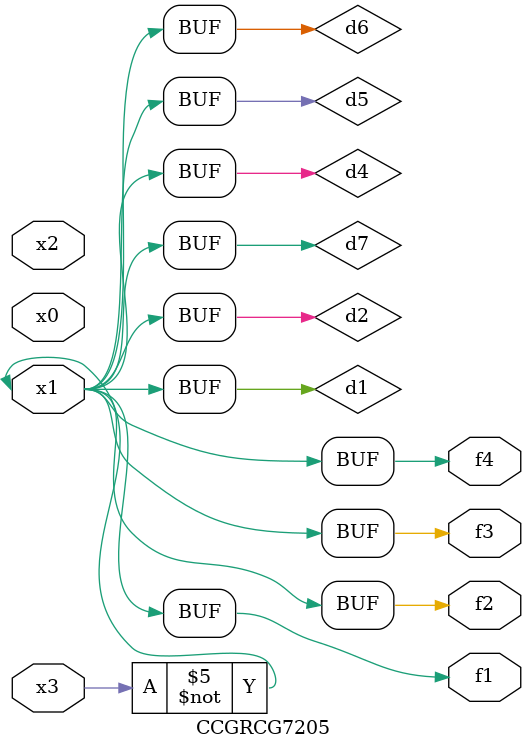
<source format=v>
module CCGRCG7205(
	input x0, x1, x2, x3,
	output f1, f2, f3, f4
);

	wire d1, d2, d3, d4, d5, d6, d7;

	not (d1, x3);
	buf (d2, x1);
	xnor (d3, d1, d2);
	nor (d4, d1);
	buf (d5, d1, d2);
	buf (d6, d4, d5);
	nand (d7, d4);
	assign f1 = d6;
	assign f2 = d7;
	assign f3 = d6;
	assign f4 = d6;
endmodule

</source>
